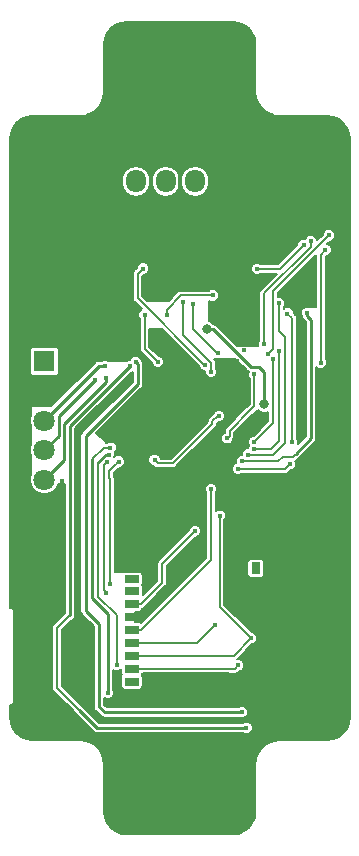
<source format=gbl>
G04 #@! TF.GenerationSoftware,KiCad,Pcbnew,(5.0.2)-1*
G04 #@! TF.CreationDate,2019-10-29T23:39:58+09:00*
G04 #@! TF.ProjectId,High_range_accelerometer,48696768-5f72-4616-9e67-655f61636365,rev?*
G04 #@! TF.SameCoordinates,Original*
G04 #@! TF.FileFunction,Copper,L2,Bot*
G04 #@! TF.FilePolarity,Positive*
%FSLAX46Y46*%
G04 Gerber Fmt 4.6, Leading zero omitted, Abs format (unit mm)*
G04 Created by KiCad (PCBNEW (5.0.2)-1) date 2019/10/29 23:39:58*
%MOMM*%
%LPD*%
G01*
G04 APERTURE LIST*
G04 #@! TA.AperFunction,Conductor*
%ADD10C,0.100000*%
G04 #@! TD*
G04 #@! TA.AperFunction,ComponentPad*
%ADD11C,1.700000*%
G04 #@! TD*
G04 #@! TA.AperFunction,ComponentPad*
%ADD12O,1.700000X1.950000*%
G04 #@! TD*
G04 #@! TA.AperFunction,ComponentPad*
%ADD13R,1.800000X1.800000*%
G04 #@! TD*
G04 #@! TA.AperFunction,ComponentPad*
%ADD14C,1.800000*%
G04 #@! TD*
G04 #@! TA.AperFunction,ComponentPad*
%ADD15C,0.712500*%
G04 #@! TD*
G04 #@! TA.AperFunction,ComponentPad*
%ADD16O,1.250000X1.050000*%
G04 #@! TD*
G04 #@! TA.AperFunction,ComponentPad*
%ADD17R,1.900000X2.100000*%
G04 #@! TD*
G04 #@! TA.AperFunction,SMDPad,CuDef*
%ADD18R,1.200000X0.700000*%
G04 #@! TD*
G04 #@! TA.AperFunction,SMDPad,CuDef*
%ADD19R,1.200000X1.000000*%
G04 #@! TD*
G04 #@! TA.AperFunction,SMDPad,CuDef*
%ADD20R,0.800000X1.000000*%
G04 #@! TD*
G04 #@! TA.AperFunction,SMDPad,CuDef*
%ADD21R,2.800000X1.000000*%
G04 #@! TD*
G04 #@! TA.AperFunction,SMDPad,CuDef*
%ADD22R,1.900000X1.300000*%
G04 #@! TD*
G04 #@! TA.AperFunction,ViaPad*
%ADD23C,0.400000*%
G04 #@! TD*
G04 #@! TA.AperFunction,ViaPad*
%ADD24C,0.800000*%
G04 #@! TD*
G04 #@! TA.AperFunction,Conductor*
%ADD25C,0.250000*%
G04 #@! TD*
G04 #@! TA.AperFunction,Conductor*
%ADD26C,0.200000*%
G04 #@! TD*
G04 #@! TA.AperFunction,Conductor*
%ADD27C,0.190000*%
G04 #@! TD*
G04 #@! TA.AperFunction,Conductor*
%ADD28C,0.210000*%
G04 #@! TD*
G04 APERTURE END LIST*
D10*
G04 #@! TO.N,GND*
G04 #@! TO.C,U1*
G36*
X111272624Y-61496364D02*
X111296893Y-61499964D01*
X111320691Y-61505925D01*
X111343791Y-61514190D01*
X111365969Y-61524680D01*
X111387013Y-61537293D01*
X111406718Y-61551907D01*
X111424897Y-61568383D01*
X111441373Y-61586562D01*
X111455987Y-61606267D01*
X111468600Y-61627311D01*
X111479090Y-61649489D01*
X111487355Y-61672589D01*
X111493316Y-61696387D01*
X111496916Y-61720656D01*
X111498120Y-61745160D01*
X111498120Y-63195160D01*
X111496916Y-63219664D01*
X111493316Y-63243933D01*
X111487355Y-63267731D01*
X111479090Y-63290831D01*
X111468600Y-63313009D01*
X111455987Y-63334053D01*
X111441373Y-63353758D01*
X111424897Y-63371937D01*
X111406718Y-63388413D01*
X111387013Y-63403027D01*
X111365969Y-63415640D01*
X111343791Y-63426130D01*
X111320691Y-63434395D01*
X111296893Y-63440356D01*
X111272624Y-63443956D01*
X111248120Y-63445160D01*
X110048120Y-63445160D01*
X110023616Y-63443956D01*
X109999347Y-63440356D01*
X109975549Y-63434395D01*
X109952449Y-63426130D01*
X109930271Y-63415640D01*
X109909227Y-63403027D01*
X109889522Y-63388413D01*
X109871343Y-63371937D01*
X109854867Y-63353758D01*
X109840253Y-63334053D01*
X109827640Y-63313009D01*
X109817150Y-63290831D01*
X109808885Y-63267731D01*
X109802924Y-63243933D01*
X109799324Y-63219664D01*
X109798120Y-63195160D01*
X109798120Y-61745160D01*
X109799324Y-61720656D01*
X109802924Y-61696387D01*
X109808885Y-61672589D01*
X109817150Y-61649489D01*
X109827640Y-61627311D01*
X109840253Y-61606267D01*
X109854867Y-61586562D01*
X109871343Y-61568383D01*
X109889522Y-61551907D01*
X109909227Y-61537293D01*
X109930271Y-61524680D01*
X109952449Y-61514190D01*
X109975549Y-61505925D01*
X109999347Y-61499964D01*
X110023616Y-61496364D01*
X110048120Y-61495160D01*
X111248120Y-61495160D01*
X111272624Y-61496364D01*
X111272624Y-61496364D01*
G37*
D11*
G04 #@! TD*
G04 #@! TO.P,U1,1*
G04 #@! TO.N,GND*
X110648120Y-62470160D03*
D12*
G04 #@! TO.P,U1,2*
G04 #@! TO.N,Net-(C1-Pad1)*
X108148120Y-62470160D03*
G04 #@! TO.P,U1,3*
G04 #@! TO.N,Net-(R2-Pad2)*
X105648120Y-62470160D03*
G04 #@! TO.P,U1,4*
G04 #@! TO.N,Net-(R3-Pad1)*
X103148120Y-62470160D03*
G04 #@! TD*
D13*
G04 #@! TO.P,P1,1*
G04 #@! TO.N,N/C*
X95382080Y-77724000D03*
D14*
G04 #@! TO.P,P1,2*
G04 #@! TO.N,GND*
X95382080Y-80224000D03*
G04 #@! TO.P,P1,3*
G04 #@! TO.N,XRESS*
X95382080Y-82724000D03*
G04 #@! TO.P,P1,4*
G04 #@! TO.N,SCLK*
X95382080Y-85224000D03*
G04 #@! TO.P,P1,5*
G04 #@! TO.N,SDATA*
X95382080Y-87724000D03*
G04 #@! TD*
D15*
G04 #@! TO.P,U5,69*
G04 #@! TO.N,GND*
X106941800Y-80666919D03*
X105934173Y-81674546D03*
X104926546Y-82682173D03*
X103918919Y-83689800D03*
X107949427Y-81674546D03*
X106941800Y-82682173D03*
X105934173Y-83689800D03*
X104926546Y-84697427D03*
X108957054Y-82682173D03*
X107949427Y-83689800D03*
X106941800Y-84697427D03*
X105934173Y-85705054D03*
X109964681Y-83689800D03*
X108957054Y-84697427D03*
X107949427Y-85705054D03*
X106941800Y-86712681D03*
G04 #@! TD*
D16*
G04 #@! TO.P,J1,5*
G04 #@! TO.N,GND*
X97749620Y-100328160D03*
X97749620Y-105178160D03*
D17*
X94749620Y-99103160D03*
X94749620Y-106403160D03*
G04 #@! TD*
D18*
G04 #@! TO.P,J2,9*
G04 #@! TO.N,N/C*
X102790400Y-96182200D03*
G04 #@! TO.P,J2,8*
X102790400Y-97132200D03*
G04 #@! TO.P,J2,1*
X102790400Y-104832200D03*
G04 #@! TO.P,J2,2*
G04 #@! TO.N,microSD-~CS*
X102790400Y-103732200D03*
G04 #@! TO.P,J2,3*
G04 #@! TO.N,microSD-MOSI*
X102790400Y-102632200D03*
G04 #@! TO.P,J2,4*
G04 #@! TO.N,+3V3*
X102790400Y-101532200D03*
G04 #@! TO.P,J2,5*
G04 #@! TO.N,microSD-CLK*
X102790400Y-100432200D03*
G04 #@! TO.P,J2,6*
G04 #@! TO.N,GND*
X102790400Y-99332200D03*
G04 #@! TO.P,J2,7*
G04 #@! TO.N,microSD-MISO*
X102790400Y-98232200D03*
D19*
G04 #@! TO.P,J2,11*
G04 #@! TO.N,GND*
X102790400Y-106382200D03*
X107090400Y-95232200D03*
D20*
G04 #@! TO.P,J2,10*
G04 #@! TO.N,N/C*
X113290400Y-95232200D03*
D21*
G04 #@! TO.P,J2,11*
G04 #@! TO.N,GND*
X117440400Y-95232200D03*
D22*
X117890400Y-108732200D03*
G04 #@! TD*
D23*
G04 #@! TO.N,GND*
X105392220Y-76743560D03*
X99245420Y-76527660D03*
X100172520Y-83969860D03*
X112783620Y-83474560D03*
X93348120Y-108870160D03*
X120348120Y-57870160D03*
X93348120Y-57870160D03*
X102242620Y-63954660D03*
X113253520Y-74724260D03*
X112313720Y-76756260D03*
X101480620Y-49857660D03*
X105521760Y-90093800D03*
X120350280Y-108874560D03*
X101305360Y-108122720D03*
X99171760Y-105059480D03*
X111739680Y-106334560D03*
X101020880Y-80873600D03*
X102753160Y-79095600D03*
X96848120Y-87870160D03*
X96548120Y-74370160D03*
X117800120Y-63129160D03*
X116212620Y-63129160D03*
X104592120Y-70050660D03*
X99893120Y-71003160D03*
X101607620Y-66177160D03*
X111647481Y-77727299D03*
X117165120Y-84147660D03*
X119578120Y-63129160D03*
X117165120Y-77162660D03*
X117165120Y-80274160D03*
X101934402Y-81743942D03*
X109227620Y-71638160D03*
X118689120Y-67002660D03*
X104274620Y-68653660D03*
X105080620Y-49857660D03*
X108680620Y-49857660D03*
X112280620Y-49857660D03*
X101480620Y-53857660D03*
X105080620Y-53857660D03*
X108680620Y-53857660D03*
X112280620Y-53857660D03*
X101480620Y-57857660D03*
X105080620Y-57857660D03*
X108680620Y-57857660D03*
X112280620Y-57857660D03*
X101417120Y-112659160D03*
X105017120Y-112659160D03*
X108617120Y-112659160D03*
X112217120Y-112659160D03*
X101417120Y-116659160D03*
X105017120Y-116659160D03*
X108617120Y-116659160D03*
X112217120Y-116659160D03*
X120467120Y-68018660D03*
X120467120Y-72018660D03*
X120467120Y-76018660D03*
X120467120Y-80018660D03*
X120467120Y-84018660D03*
X120467120Y-88018660D03*
X120467120Y-92018660D03*
X120467120Y-96018660D03*
X120467120Y-100018660D03*
X120467120Y-104018660D03*
X93348120Y-61870160D03*
X93348120Y-65870160D03*
X93348120Y-73870160D03*
X93348120Y-77870160D03*
X93348120Y-81870160D03*
X93348120Y-85870160D03*
X93348120Y-89870160D03*
X93348120Y-93870160D03*
X114053620Y-89100660D03*
X114117120Y-87513160D03*
X112331500Y-87503000D03*
X97091500Y-78740000D03*
X115379500Y-72009000D03*
X107061000Y-78168500D03*
X117411500Y-69850000D03*
X93299990Y-69875490D03*
X101850000Y-71200000D03*
X95300000Y-69450000D03*
X96350000Y-69400000D03*
X98050000Y-69350000D03*
X99850000Y-69350000D03*
X98150000Y-70900000D03*
X96250000Y-70400000D03*
X99450000Y-61000000D03*
X104419400Y-98425000D03*
X114528600Y-70408800D03*
X116078000Y-67970400D03*
X98196400Y-83769200D03*
X98171000Y-88163400D03*
X98171000Y-92024200D03*
X98221800Y-96469200D03*
X109499400Y-74091800D03*
X102997000Y-73837800D03*
X98475800Y-73761600D03*
X104368600Y-75082400D03*
X113461800Y-100685600D03*
X100660200Y-106603800D03*
X101447600Y-105206800D03*
X108864400Y-89941400D03*
X108508800Y-92887800D03*
X99847400Y-82047080D03*
X105511600Y-64033400D03*
X107365800Y-68707000D03*
X101701600Y-69392800D03*
X104114600Y-77724000D03*
X101523800Y-95427800D03*
D24*
G04 #@! TO.N,+3V3*
X109113320Y-75016360D03*
X113990120Y-81353658D03*
D23*
X109824536Y-99999800D03*
G04 #@! TO.N,Net-(C19-Pad1)*
X110185200Y-82331560D03*
X104703646Y-86062304D03*
G04 #@! TO.N,XRESS*
X100515420Y-78127860D03*
G04 #@! TO.N,SCLK*
X99646235Y-79323507D03*
G04 #@! TO.N,SDATA*
X100591620Y-79093060D03*
G04 #@! TO.N,Net-(R4-Pad2)*
X101671120Y-86200608D03*
X100914200Y-96545400D03*
G04 #@! TO.N,Net-(R5-Pad2)*
X100655114Y-86270014D03*
X100609400Y-97307400D03*
G04 #@! TO.N,Sensor-CS*
X110865920Y-84236560D03*
X113164622Y-78813660D03*
G04 #@! TO.N,Flash-~CS*
X100845619Y-85608159D03*
X101498400Y-103403400D03*
G04 #@! TO.N,CAN-TXD*
X107995716Y-72831960D03*
X110053120Y-77035672D03*
G04 #@! TO.N,CAN-RXD*
X107106720Y-72704960D03*
X109494610Y-78597760D03*
G04 #@! TO.N,CAN-STB*
X108960920Y-78038960D03*
X103753920Y-69860160D03*
G04 #@! TO.N,Flash-CLK*
X112115600Y-107431840D03*
X103098600Y-77774800D03*
G04 #@! TO.N,Flash-MOSI*
X112486440Y-108737400D03*
X102605840Y-78150720D03*
G04 #@! TO.N,Flash-MISO*
X100787200Y-105796080D03*
X100975780Y-85022436D03*
G04 #@! TO.N,Sensor-CLK*
X117647720Y-73593960D03*
X112148620Y-86179660D03*
G04 #@! TO.N,Sensor-MOSI*
X115234720Y-72806560D03*
X112656620Y-85608160D03*
G04 #@! TO.N,Sensor-MISO*
X115963330Y-73670160D03*
X116367560Y-84551520D03*
X116144040Y-86436200D03*
X111767620Y-86814660D03*
G04 #@! TO.N,INT1*
X113117684Y-85166407D03*
X115260120Y-76870560D03*
G04 #@! TO.N,INT2*
X114752120Y-77480160D03*
X113164620Y-84528660D03*
G04 #@! TO.N,LED_G_1*
X114314396Y-77069794D03*
X119451120Y-67053460D03*
G04 #@! TO.N,LED_G_2*
X113990120Y-76235560D03*
X117927120Y-67561460D03*
G04 #@! TO.N,microSD-~CS*
X109626400Y-72136000D03*
X105740200Y-73761600D03*
X103860600Y-73787000D03*
X104978200Y-77749400D03*
X111785400Y-103454200D03*
X113385600Y-69875400D03*
X117322600Y-67894200D03*
X119176800Y-68275200D03*
X118770400Y-77825600D03*
G04 #@! TO.N,microSD-MOSI*
X112877600Y-101168200D03*
X110210600Y-90779600D03*
G04 #@! TO.N,microSD-CLK*
X109494620Y-88519000D03*
G04 #@! TO.N,microSD-MISO*
X108153200Y-92075000D03*
G04 #@! TD*
D25*
G04 #@! TO.N,GND*
X101020880Y-80873600D02*
X101020880Y-80827880D01*
X101020880Y-80827880D02*
X102753160Y-79095600D01*
X117122719Y-84105259D02*
X117165120Y-84147660D01*
X115389160Y-72018660D02*
X115379500Y-72009000D01*
D26*
X104419400Y-98503200D02*
X104419400Y-98425000D01*
X102790400Y-99332200D02*
X103590400Y-99332200D01*
X103590400Y-99332200D02*
X104419400Y-98503200D01*
X98196400Y-83698080D02*
X98196400Y-83769200D01*
X98196400Y-83769200D02*
X98196400Y-88138000D01*
X98196400Y-88138000D02*
X98171000Y-88163400D01*
X98171000Y-88163400D02*
X98171000Y-92024200D01*
X98171000Y-92024200D02*
X98171000Y-96418400D01*
X98171000Y-96418400D02*
X98221800Y-96469200D01*
X105392220Y-76743560D02*
X105392220Y-76106020D01*
X105392220Y-76106020D02*
X104368600Y-75082400D01*
X102790400Y-106382200D02*
X100881800Y-106382200D01*
X100881800Y-106382200D02*
X100660200Y-106603800D01*
X101020880Y-80873600D02*
X99847400Y-82047080D01*
X99847400Y-82047080D02*
X98196400Y-83698080D01*
D25*
G04 #@! TO.N,+3V3*
X113990120Y-78651288D02*
X113990120Y-80787973D01*
X109113320Y-75016360D02*
X109679005Y-75016360D01*
X109679005Y-75016360D02*
X112855543Y-78192898D01*
X112855543Y-78192898D02*
X113531730Y-78192898D01*
X113531730Y-78192898D02*
X113990120Y-78651288D01*
X113990120Y-80787973D02*
X113990120Y-81353658D01*
D26*
X108292136Y-101532200D02*
X109824536Y-99999800D01*
X102790400Y-101532200D02*
X108292136Y-101532200D01*
D27*
G04 #@! TO.N,Net-(C19-Pad1)*
X110169960Y-82362040D02*
X110053120Y-82362040D01*
X110053120Y-82362040D02*
X109608305Y-82806855D01*
X109608305Y-82806855D02*
X109608305Y-82994774D01*
X109608305Y-82994774D02*
X106246774Y-86356305D01*
X104903645Y-86262303D02*
X104703646Y-86062304D01*
X106246774Y-86356305D02*
X104997647Y-86356305D01*
X104997647Y-86356305D02*
X104903645Y-86262303D01*
D25*
G04 #@! TO.N,XRESS*
X95382080Y-82724000D02*
X99978220Y-78127860D01*
X99978220Y-78127860D02*
X100232578Y-78127860D01*
X100232578Y-78127860D02*
X100515420Y-78127860D01*
G04 #@! TO.N,SCLK*
X99446236Y-79523506D02*
X99646235Y-79323507D01*
X96607081Y-82362661D02*
X99446236Y-79523506D01*
X95382080Y-85224000D02*
X96607081Y-83998999D01*
X96607081Y-83998999D02*
X96607081Y-82362661D01*
D27*
G04 #@! TO.N,SDATA*
X95382080Y-87724000D02*
X95382080Y-87561200D01*
D25*
X100591620Y-79375902D02*
X100591620Y-79093060D01*
X100591620Y-79474060D02*
X100591620Y-79375902D01*
X97057092Y-83008588D02*
X100591620Y-79474060D01*
X95382080Y-87724000D02*
X97057092Y-86048988D01*
X97057092Y-86048988D02*
X97057092Y-83008588D01*
D27*
G04 #@! TO.N,Net-(R4-Pad2)*
X101471121Y-86400607D02*
X101671120Y-86200608D01*
X100845620Y-87026108D02*
X101471121Y-86400607D01*
X100845620Y-87572889D02*
X100845620Y-87026108D01*
D26*
X100914200Y-87641469D02*
X100914200Y-96262558D01*
X100914200Y-96262558D02*
X100914200Y-96545400D01*
X100845620Y-87572889D02*
X100914200Y-87641469D01*
D27*
G04 #@! TO.N,Net-(R5-Pad2)*
X100401120Y-86829130D02*
X100401120Y-86524008D01*
X100455115Y-86470013D02*
X100655114Y-86270014D01*
X100401120Y-86524008D02*
X100455115Y-86470013D01*
D26*
X100409401Y-97107401D02*
X100609400Y-97307400D01*
X100401120Y-97099120D02*
X100409401Y-97107401D01*
X100401120Y-86829130D02*
X100401120Y-97099120D01*
D27*
G04 #@! TO.N,Sensor-CS*
X111065919Y-84036561D02*
X111065919Y-83604761D01*
X110865920Y-84236560D02*
X111065919Y-84036561D01*
X111065919Y-83604761D02*
X112821720Y-81848960D01*
D26*
X112821720Y-81848960D02*
X113164622Y-81506058D01*
X113164622Y-79096502D02*
X113164622Y-78813660D01*
X113164622Y-81506058D02*
X113164622Y-79096502D01*
D25*
G04 #@! TO.N,Flash-~CS*
X99956620Y-86214316D02*
X100562777Y-85608159D01*
X100562777Y-85608159D02*
X100845619Y-85608159D01*
D26*
X99956620Y-97670620D02*
X99956620Y-86214316D01*
X101498400Y-103403400D02*
X101498400Y-99212400D01*
X101498400Y-99212400D02*
X99956620Y-97670620D01*
G04 #@! TO.N,CAN-TXD*
X110027720Y-76966762D02*
X107995716Y-74934758D01*
X107995716Y-74934758D02*
X107995716Y-73114802D01*
X107995716Y-73114802D02*
X107995716Y-72831960D01*
D27*
X110027720Y-76966762D02*
X110027720Y-77010272D01*
X110027720Y-77010272D02*
X110053120Y-77035672D01*
G04 #@! TO.N,CAN-RXD*
X109494610Y-77861450D02*
X109494610Y-78314918D01*
X107106720Y-75473560D02*
X109494610Y-77861450D01*
X109494610Y-78314918D02*
X109494610Y-78597760D01*
X107106720Y-72704960D02*
X107106720Y-75473560D01*
G04 #@! TO.N,CAN-STB*
X108760921Y-77838961D02*
X108960920Y-78038960D01*
X103271320Y-72349360D02*
X108760921Y-77838961D01*
X103271320Y-72298560D02*
X103271320Y-72349360D01*
D26*
X103271320Y-72349360D02*
X103271320Y-70342760D01*
X103271320Y-70342760D02*
X103753920Y-69860160D01*
D25*
G04 #@! TO.N,Flash-CLK*
X100025200Y-106975820D02*
X100025200Y-99979480D01*
X100025200Y-99979480D02*
X98866960Y-98821240D01*
X98866960Y-98821240D02*
X98866960Y-84068920D01*
X103298599Y-77974799D02*
X103098600Y-77774800D01*
X103298599Y-79637281D02*
X103298599Y-77974799D01*
X98866960Y-84068920D02*
X103298599Y-79637281D01*
X100481220Y-107431840D02*
X100025200Y-106975820D01*
X112115600Y-107431840D02*
X100481220Y-107431840D01*
G04 #@! TO.N,Flash-MOSI*
X102405841Y-78350719D02*
X102605840Y-78150720D01*
X97543620Y-99192969D02*
X97543620Y-83212940D01*
X112486440Y-108737400D02*
X99822000Y-108737400D01*
X99822000Y-108737400D02*
X98281130Y-107196530D01*
X97543620Y-83212940D02*
X102405841Y-78350719D01*
D27*
X96450000Y-105365400D02*
X98281130Y-107196530D01*
X97543620Y-99192969D02*
X96450000Y-100286589D01*
X96450000Y-100286589D02*
X96450000Y-105365400D01*
G04 #@! TO.N,Flash-MISO*
X100692938Y-85022436D02*
X100975780Y-85022436D01*
X99448620Y-85961511D02*
X100387695Y-85022436D01*
X100387695Y-85022436D02*
X100692938Y-85022436D01*
D25*
X99447789Y-94108755D02*
X99448620Y-94107924D01*
X100787200Y-99102256D02*
X99447789Y-97762845D01*
X99448620Y-94107924D02*
X99448620Y-85961511D01*
X99447789Y-97762845D02*
X99447789Y-94108755D01*
X100787200Y-105796080D02*
X100787200Y-99102256D01*
D26*
G04 #@! TO.N,Sensor-CLK*
X116428520Y-85785960D02*
X115564920Y-85785960D01*
X116657120Y-85557360D02*
X116428520Y-85785960D01*
D25*
X117647720Y-73876802D02*
X117647720Y-73593960D01*
X117972840Y-74201922D02*
X117647720Y-73876802D01*
X116657120Y-85557360D02*
X117972840Y-84241640D01*
X117972840Y-84241640D02*
X117972840Y-74201922D01*
D27*
X115171220Y-86179660D02*
X112431462Y-86179660D01*
X112431462Y-86179660D02*
X112148620Y-86179660D01*
X115564920Y-85785960D02*
X115171220Y-86179660D01*
D26*
G04 #@! TO.N,Sensor-MOSI*
X115234720Y-75117960D02*
X115234720Y-72806560D01*
X115793520Y-75676760D02*
X115234720Y-75117960D01*
X115285520Y-85150960D02*
X115793520Y-84642960D01*
X115793520Y-84642960D02*
X115793520Y-75676760D01*
D27*
X115285520Y-85150960D02*
X114775071Y-85661409D01*
X114775071Y-85661409D02*
X112709869Y-85661409D01*
X112709869Y-85661409D02*
X112656620Y-85608160D01*
D26*
G04 #@! TO.N,Sensor-MISO*
X116367560Y-84268678D02*
X116367560Y-84551520D01*
X115963330Y-73670160D02*
X116367560Y-74074390D01*
X116367560Y-74074390D02*
X116367560Y-84268678D01*
D27*
X115765580Y-86814660D02*
X112050462Y-86814660D01*
X112050462Y-86814660D02*
X111767620Y-86814660D01*
X116144040Y-86436200D02*
X115765580Y-86814660D01*
G04 #@! TO.N,INT1*
X113400526Y-85166407D02*
X113117684Y-85166407D01*
X114752120Y-84973160D02*
X114558873Y-85166407D01*
X114558873Y-85166407D02*
X113400526Y-85166407D01*
D26*
X114759019Y-84973160D02*
X115285520Y-84446659D01*
X115285520Y-84446659D02*
X115285520Y-77099160D01*
X115260120Y-77073760D02*
X115260120Y-76870560D01*
X115285520Y-77099160D02*
X115260120Y-77073760D01*
G04 #@! TO.N,INT2*
X114752120Y-82941160D02*
X113364619Y-84328661D01*
X114752120Y-77480160D02*
X114752120Y-82941160D01*
X113364619Y-84328661D02*
X113164620Y-84528660D01*
D27*
G04 #@! TO.N,LED_G_1*
X114314396Y-77069794D02*
X114739719Y-76644471D01*
X119251121Y-67253459D02*
X119451120Y-67053460D01*
X114739719Y-71764861D02*
X119251121Y-67253459D01*
X114739719Y-76644471D02*
X114739719Y-71764861D01*
G04 #@! TO.N,LED_G_2*
X117927120Y-67844302D02*
X117927120Y-67561460D01*
X117927120Y-68022282D02*
X117927120Y-67844302D01*
X113990120Y-71959282D02*
X117927120Y-68022282D01*
X113990120Y-76235560D02*
X113990120Y-71959282D01*
G04 #@! TO.N,microSD-~CS*
X102790400Y-103732200D02*
X111046202Y-103732200D01*
X105740200Y-73338878D02*
X105740200Y-73761600D01*
X109626400Y-72136000D02*
X106943078Y-72136000D01*
X106943078Y-72136000D02*
X105740200Y-73338878D01*
X103860600Y-73787000D02*
X103860600Y-76631800D01*
X103860600Y-76631800D02*
X104978200Y-77749400D01*
D26*
X111046202Y-103732200D02*
X111507400Y-103732200D01*
X111507400Y-103732200D02*
X111785400Y-103454200D01*
D27*
X113385600Y-69875400D02*
X115341400Y-69875400D01*
X115341400Y-69875400D02*
X117122601Y-68094199D01*
X117122601Y-68094199D02*
X117322600Y-67894200D01*
D26*
X118770400Y-68681600D02*
X118770400Y-77542758D01*
X118770400Y-77542758D02*
X118770400Y-77825600D01*
X119176800Y-68275200D02*
X118770400Y-68681600D01*
G04 #@! TO.N,microSD-MOSI*
X102790400Y-102632200D02*
X111413600Y-102632200D01*
X111413600Y-102632200D02*
X112877600Y-101168200D01*
D27*
X110210600Y-98501200D02*
X112877600Y-101168200D01*
X110210600Y-90779600D02*
X110210600Y-98501200D01*
D26*
G04 #@! TO.N,microSD-CLK*
X109494620Y-94527980D02*
X109494620Y-88519000D01*
X102790400Y-100432200D02*
X103590400Y-100432200D01*
X103590400Y-100432200D02*
X109494620Y-94527980D01*
D27*
G04 #@! TO.N,microSD-MISO*
X105359200Y-94869000D02*
X107953201Y-92274999D01*
X107953201Y-92274999D02*
X108153200Y-92075000D01*
X103580400Y-98232200D02*
X105359200Y-96453400D01*
X105359200Y-96453400D02*
X105359200Y-94869000D01*
X102790400Y-98232200D02*
X103580400Y-98232200D01*
G04 #@! TD*
D28*
G04 #@! TO.N,GND*
G36*
X111838349Y-49040606D02*
X112295166Y-49229826D01*
X112687447Y-49530833D01*
X112988454Y-49923114D01*
X113177674Y-50379931D01*
X113243120Y-50877044D01*
X113243120Y-54870160D01*
X113244018Y-54883865D01*
X113312166Y-55401503D01*
X113319261Y-55427980D01*
X113519062Y-55910342D01*
X113532767Y-55934080D01*
X113850604Y-56348294D01*
X113869986Y-56367676D01*
X114284200Y-56685513D01*
X114307938Y-56699218D01*
X114790300Y-56899019D01*
X114816777Y-56906114D01*
X115334415Y-56974262D01*
X115348120Y-56975160D01*
X119341236Y-56975160D01*
X119838349Y-57040606D01*
X120295166Y-57229826D01*
X120687447Y-57530833D01*
X120988454Y-57923114D01*
X121177674Y-58379931D01*
X121243120Y-58877044D01*
X121243120Y-107863276D01*
X121177674Y-108360389D01*
X120988454Y-108817206D01*
X120687447Y-109209487D01*
X120295166Y-109510494D01*
X119838349Y-109699714D01*
X119341236Y-109765160D01*
X115348120Y-109765160D01*
X115334415Y-109766058D01*
X114816777Y-109834206D01*
X114790300Y-109841301D01*
X114307938Y-110041102D01*
X114284200Y-110054807D01*
X113869986Y-110372644D01*
X113850604Y-110392026D01*
X113532767Y-110806240D01*
X113519062Y-110829978D01*
X113319261Y-111312340D01*
X113312166Y-111338817D01*
X113244018Y-111856455D01*
X113243120Y-111870160D01*
X113243120Y-115863276D01*
X113177674Y-116360389D01*
X112988454Y-116817206D01*
X112687447Y-117209487D01*
X112295166Y-117510494D01*
X111838349Y-117699714D01*
X111341236Y-117765160D01*
X102355004Y-117765160D01*
X101857891Y-117699714D01*
X101401074Y-117510494D01*
X101008793Y-117209487D01*
X100707786Y-116817206D01*
X100518566Y-116360389D01*
X100453120Y-115863276D01*
X100453120Y-111870160D01*
X100452222Y-111856455D01*
X100384074Y-111338817D01*
X100376979Y-111312340D01*
X100177178Y-110829978D01*
X100163473Y-110806240D01*
X99845636Y-110392026D01*
X99826254Y-110372644D01*
X99412040Y-110054807D01*
X99388302Y-110041102D01*
X98905940Y-109841301D01*
X98879463Y-109834206D01*
X98361825Y-109766058D01*
X98348120Y-109765160D01*
X94355004Y-109765160D01*
X93857891Y-109699714D01*
X93401074Y-109510494D01*
X93008793Y-109209487D01*
X92707786Y-108817206D01*
X92518566Y-108360389D01*
X92453120Y-107863276D01*
X92453120Y-106834904D01*
X92473197Y-106830910D01*
X92586959Y-106808281D01*
X92715963Y-106722084D01*
X92802160Y-106593080D01*
X92832429Y-106440910D01*
X92824789Y-106402502D01*
X92824789Y-99004318D01*
X92832429Y-98965910D01*
X92802160Y-98813740D01*
X92715963Y-98684736D01*
X92586959Y-98598539D01*
X92473197Y-98575910D01*
X92453120Y-98571916D01*
X92453120Y-82482322D01*
X94167080Y-82482322D01*
X94167080Y-82965678D01*
X94243120Y-83149255D01*
X94243120Y-84798745D01*
X94167080Y-84982322D01*
X94167080Y-85465678D01*
X94243120Y-85649255D01*
X94243120Y-87298745D01*
X94167080Y-87482322D01*
X94167080Y-87965678D01*
X94352053Y-88412242D01*
X94693838Y-88754027D01*
X95140402Y-88939000D01*
X95623758Y-88939000D01*
X96070322Y-88754027D01*
X96412107Y-88412242D01*
X96551731Y-88075160D01*
X97103621Y-88075160D01*
X97103620Y-99053142D01*
X96188639Y-99968123D01*
X96154407Y-99990996D01*
X96063789Y-100126616D01*
X96040000Y-100246211D01*
X96040000Y-100246214D01*
X96031969Y-100286589D01*
X96040000Y-100326964D01*
X96040001Y-105325020D01*
X96031969Y-105365400D01*
X96063789Y-105525373D01*
X96131534Y-105626761D01*
X96131537Y-105626764D01*
X96154408Y-105660993D01*
X96188637Y-105683864D01*
X97865090Y-107360318D01*
X97866660Y-107368209D01*
X97939360Y-107477013D01*
X99480229Y-109017882D01*
X99504778Y-109054622D01*
X99611915Y-109126209D01*
X99650319Y-109151870D01*
X99650320Y-109151870D01*
X99650321Y-109151871D01*
X99778664Y-109177400D01*
X99778668Y-109177400D01*
X99821999Y-109186019D01*
X99865330Y-109177400D01*
X112202934Y-109177400D01*
X112384000Y-109252400D01*
X112588880Y-109252400D01*
X112778164Y-109173996D01*
X112923036Y-109029124D01*
X113001440Y-108839840D01*
X113001440Y-108634960D01*
X112923036Y-108445676D01*
X112778164Y-108300804D01*
X112588880Y-108222400D01*
X112384000Y-108222400D01*
X112202934Y-108297400D01*
X100004253Y-108297400D01*
X98561613Y-106854760D01*
X98452809Y-106782060D01*
X98444918Y-106780490D01*
X96860000Y-105195573D01*
X96860000Y-100456416D01*
X97707406Y-99609010D01*
X97715298Y-99607440D01*
X97860842Y-99510191D01*
X97958091Y-99364648D01*
X97983620Y-99236305D01*
X97983620Y-83395193D01*
X102716498Y-78662316D01*
X102858600Y-78603456D01*
X102858599Y-79455027D01*
X98586476Y-83727151D01*
X98549739Y-83751698D01*
X98525192Y-83788435D01*
X98525190Y-83788437D01*
X98452490Y-83897241D01*
X98418341Y-84068920D01*
X98426961Y-84112256D01*
X98426960Y-98777909D01*
X98418341Y-98821240D01*
X98426960Y-98864571D01*
X98426960Y-98864575D01*
X98452489Y-98992918D01*
X98549738Y-99138462D01*
X98586478Y-99163011D01*
X99585201Y-100161735D01*
X99585200Y-106932489D01*
X99576581Y-106975820D01*
X99585200Y-107019151D01*
X99585200Y-107019155D01*
X99610729Y-107147498D01*
X99707978Y-107293042D01*
X99744718Y-107317591D01*
X100139451Y-107712325D01*
X100163998Y-107749062D01*
X100200735Y-107773609D01*
X100200736Y-107773610D01*
X100259062Y-107812582D01*
X100309541Y-107846311D01*
X100437884Y-107871840D01*
X100437889Y-107871840D01*
X100481220Y-107880459D01*
X100524551Y-107871840D01*
X111832094Y-107871840D01*
X112013160Y-107946840D01*
X112218040Y-107946840D01*
X112407324Y-107868436D01*
X112552196Y-107723564D01*
X112630600Y-107534280D01*
X112630600Y-107329400D01*
X112552196Y-107140116D01*
X112407324Y-106995244D01*
X112218040Y-106916840D01*
X112013160Y-106916840D01*
X111832094Y-106991840D01*
X100663474Y-106991840D01*
X100465200Y-106793567D01*
X100465200Y-106202400D01*
X100495476Y-106232676D01*
X100684760Y-106311080D01*
X100889640Y-106311080D01*
X101078924Y-106232676D01*
X101223796Y-106087804D01*
X101302200Y-105898520D01*
X101302200Y-105693640D01*
X101227200Y-105512574D01*
X101227200Y-103848497D01*
X101395960Y-103918400D01*
X101600840Y-103918400D01*
X101790124Y-103839996D01*
X101869229Y-103760891D01*
X101869229Y-104082200D01*
X101893677Y-104205107D01*
X101945189Y-104282200D01*
X101893677Y-104359293D01*
X101869229Y-104482200D01*
X101869229Y-105182200D01*
X101893677Y-105305107D01*
X101963298Y-105409302D01*
X102067493Y-105478923D01*
X102190400Y-105503371D01*
X103390400Y-105503371D01*
X103513307Y-105478923D01*
X103617502Y-105409302D01*
X103687123Y-105305107D01*
X103711571Y-105182200D01*
X103711571Y-104482200D01*
X103687123Y-104359293D01*
X103635611Y-104282200D01*
X103687123Y-104205107D01*
X103699636Y-104142200D01*
X110980193Y-104142200D01*
X111005330Y-104147200D01*
X111466532Y-104147200D01*
X111507400Y-104155329D01*
X111548268Y-104147200D01*
X111548272Y-104147200D01*
X111669325Y-104123121D01*
X111806598Y-104031398D01*
X111829751Y-103996747D01*
X111857298Y-103969200D01*
X111887840Y-103969200D01*
X112077124Y-103890796D01*
X112221996Y-103745924D01*
X112300400Y-103556640D01*
X112300400Y-103351760D01*
X112221996Y-103162476D01*
X112077124Y-103017604D01*
X111887840Y-102939200D01*
X111701121Y-102939200D01*
X111712798Y-102931398D01*
X111735951Y-102896747D01*
X112949499Y-101683200D01*
X112980040Y-101683200D01*
X113169324Y-101604796D01*
X113314196Y-101459924D01*
X113392600Y-101270640D01*
X113392600Y-101065760D01*
X113314196Y-100876476D01*
X113169324Y-100731604D01*
X112980040Y-100653200D01*
X112942428Y-100653200D01*
X110620600Y-98331373D01*
X110620600Y-94732200D01*
X112569229Y-94732200D01*
X112569229Y-95732200D01*
X112593677Y-95855107D01*
X112663298Y-95959302D01*
X112767493Y-96028923D01*
X112890400Y-96053371D01*
X113690400Y-96053371D01*
X113813307Y-96028923D01*
X113917502Y-95959302D01*
X113987123Y-95855107D01*
X114011571Y-95732200D01*
X114011571Y-94732200D01*
X113987123Y-94609293D01*
X113917502Y-94505098D01*
X113813307Y-94435477D01*
X113690400Y-94411029D01*
X112890400Y-94411029D01*
X112767493Y-94435477D01*
X112663298Y-94505098D01*
X112593677Y-94609293D01*
X112569229Y-94732200D01*
X110620600Y-94732200D01*
X110620600Y-91097920D01*
X110647196Y-91071324D01*
X110725600Y-90882040D01*
X110725600Y-90677160D01*
X110647196Y-90487876D01*
X110502324Y-90343004D01*
X110313040Y-90264600D01*
X110108160Y-90264600D01*
X109918876Y-90343004D01*
X109909620Y-90352260D01*
X109909620Y-88832320D01*
X109931216Y-88810724D01*
X110009620Y-88621440D01*
X110009620Y-88416560D01*
X109931216Y-88227276D01*
X109786344Y-88082404D01*
X109597060Y-88004000D01*
X109392180Y-88004000D01*
X109202896Y-88082404D01*
X109058024Y-88227276D01*
X108979620Y-88416560D01*
X108979620Y-88621440D01*
X109058024Y-88810724D01*
X109079621Y-88832321D01*
X109079620Y-94356081D01*
X103595383Y-99840319D01*
X103513307Y-99785477D01*
X103390400Y-99761029D01*
X103026469Y-99761029D01*
X103019686Y-98903371D01*
X103390400Y-98903371D01*
X103513307Y-98878923D01*
X103617502Y-98809302D01*
X103687123Y-98705107D01*
X103702885Y-98625868D01*
X103740374Y-98618411D01*
X103875993Y-98527793D01*
X103898866Y-98493561D01*
X105620561Y-96771866D01*
X105654793Y-96748993D01*
X105745411Y-96613374D01*
X105769200Y-96493779D01*
X105769200Y-96493776D01*
X105777231Y-96453401D01*
X105769200Y-96413025D01*
X105769200Y-95038827D01*
X108218027Y-92590000D01*
X108255640Y-92590000D01*
X108444924Y-92511596D01*
X108589796Y-92366724D01*
X108668200Y-92177440D01*
X108668200Y-91972560D01*
X108589796Y-91783276D01*
X108444924Y-91638404D01*
X108255640Y-91560000D01*
X108050760Y-91560000D01*
X107861476Y-91638404D01*
X107716604Y-91783276D01*
X107638200Y-91972560D01*
X107638200Y-92010173D01*
X105097837Y-94550536D01*
X105063608Y-94573407D01*
X105040737Y-94607636D01*
X105040734Y-94607639D01*
X104972989Y-94709027D01*
X104941169Y-94869000D01*
X104949201Y-94909380D01*
X104949200Y-96283573D01*
X103701887Y-97530886D01*
X103711571Y-97482200D01*
X103711571Y-96782200D01*
X103687123Y-96659293D01*
X103685724Y-96657200D01*
X103687123Y-96655107D01*
X103711571Y-96532200D01*
X103711571Y-95832200D01*
X103687123Y-95709293D01*
X103617502Y-95605098D01*
X103513307Y-95535477D01*
X103390400Y-95511029D01*
X102190400Y-95511029D01*
X102072956Y-95534390D01*
X101329200Y-95513140D01*
X101329200Y-87682341D01*
X101337330Y-87641469D01*
X101329200Y-87600597D01*
X101305121Y-87479544D01*
X101255620Y-87405461D01*
X101255620Y-87195935D01*
X101735948Y-86715608D01*
X101773560Y-86715608D01*
X101962844Y-86637204D01*
X102107716Y-86492332D01*
X102186120Y-86303048D01*
X102186120Y-86098168D01*
X102128833Y-85959864D01*
X104188646Y-85959864D01*
X104188646Y-86164744D01*
X104267050Y-86354028D01*
X104411922Y-86498900D01*
X104601206Y-86577304D01*
X104638819Y-86577304D01*
X104679181Y-86617666D01*
X104702054Y-86651898D01*
X104837673Y-86742516D01*
X104957268Y-86766305D01*
X104957272Y-86766305D01*
X104997647Y-86774336D01*
X105038022Y-86766305D01*
X106206399Y-86766305D01*
X106246774Y-86774336D01*
X106287149Y-86766305D01*
X106287153Y-86766305D01*
X106406748Y-86742516D01*
X106542367Y-86651898D01*
X106565240Y-86617666D01*
X109869668Y-83313239D01*
X109903898Y-83290367D01*
X109926769Y-83256138D01*
X109926771Y-83256136D01*
X109994516Y-83154748D01*
X110004919Y-83102448D01*
X110018305Y-83035152D01*
X110018305Y-83035150D01*
X110026336Y-82994774D01*
X110022002Y-82972985D01*
X110148427Y-82846560D01*
X110287640Y-82846560D01*
X110476924Y-82768156D01*
X110621796Y-82623284D01*
X110700200Y-82434000D01*
X110700200Y-82229120D01*
X110621796Y-82039836D01*
X110476924Y-81894964D01*
X110287640Y-81816560D01*
X110082760Y-81816560D01*
X109893476Y-81894964D01*
X109748604Y-82039836D01*
X109715446Y-82119887D01*
X109346944Y-82488389D01*
X109312712Y-82511262D01*
X109222094Y-82646882D01*
X109198305Y-82766477D01*
X109198305Y-82766480D01*
X109190274Y-82806855D01*
X109194608Y-82828643D01*
X106076947Y-85946305D01*
X105213030Y-85946305D01*
X105140242Y-85770580D01*
X104995370Y-85625708D01*
X104806086Y-85547304D01*
X104601206Y-85547304D01*
X104411922Y-85625708D01*
X104267050Y-85770580D01*
X104188646Y-85959864D01*
X102128833Y-85959864D01*
X102107716Y-85908884D01*
X101962844Y-85764012D01*
X101773560Y-85685608D01*
X101568680Y-85685608D01*
X101379396Y-85764012D01*
X101309573Y-85833835D01*
X101360619Y-85710599D01*
X101360619Y-85505719D01*
X101319672Y-85406864D01*
X101412376Y-85314160D01*
X101490780Y-85124876D01*
X101490780Y-84919996D01*
X101412376Y-84730712D01*
X101267504Y-84585840D01*
X101078220Y-84507436D01*
X100873340Y-84507436D01*
X100684056Y-84585840D01*
X100657460Y-84612436D01*
X100596709Y-84612436D01*
X100594761Y-84604775D01*
X100570241Y-84571954D01*
X99736524Y-83821609D01*
X103579085Y-79979049D01*
X103615821Y-79954503D01*
X103713070Y-79808960D01*
X103738599Y-79680617D01*
X103738599Y-79680612D01*
X103747218Y-79637281D01*
X103738599Y-79593950D01*
X103738599Y-78018129D01*
X103747218Y-77974798D01*
X103738599Y-77931467D01*
X103738599Y-77931463D01*
X103713070Y-77803120D01*
X103615821Y-77657577D01*
X103604283Y-77649868D01*
X103535196Y-77483076D01*
X103390324Y-77338204D01*
X103201040Y-77259800D01*
X102996160Y-77259800D01*
X102806876Y-77338204D01*
X102662004Y-77483076D01*
X102598777Y-77635720D01*
X102503400Y-77635720D01*
X102365935Y-77692660D01*
X100808540Y-77692660D01*
X100807144Y-77691264D01*
X100617860Y-77612860D01*
X100412980Y-77612860D01*
X100231914Y-77687860D01*
X100021551Y-77687860D01*
X99978220Y-77679241D01*
X99934889Y-77687860D01*
X99934884Y-77687860D01*
X99806541Y-77713389D01*
X99806539Y-77713390D01*
X99806540Y-77713390D01*
X99697736Y-77786090D01*
X99697735Y-77786091D01*
X99660998Y-77810638D01*
X99636451Y-77847375D01*
X95968667Y-81515160D01*
X95638630Y-81515160D01*
X95623758Y-81509000D01*
X95140402Y-81509000D01*
X95125530Y-81515160D01*
X94348120Y-81515160D01*
X94307938Y-81523153D01*
X94273874Y-81545914D01*
X94251113Y-81579978D01*
X94243120Y-81620160D01*
X94243120Y-82298745D01*
X94167080Y-82482322D01*
X92453120Y-82482322D01*
X92453120Y-76824000D01*
X94160909Y-76824000D01*
X94160909Y-78624000D01*
X94185357Y-78746907D01*
X94254978Y-78851102D01*
X94359173Y-78920723D01*
X94482080Y-78945171D01*
X96282080Y-78945171D01*
X96404987Y-78920723D01*
X96509182Y-78851102D01*
X96578803Y-78746907D01*
X96603251Y-78624000D01*
X96603251Y-76824000D01*
X96578803Y-76701093D01*
X96509182Y-76596898D01*
X96404987Y-76527277D01*
X96282080Y-76502829D01*
X94482080Y-76502829D01*
X94359173Y-76527277D01*
X94254978Y-76596898D01*
X94185357Y-76701093D01*
X94160909Y-76824000D01*
X92453120Y-76824000D01*
X92453120Y-70342760D01*
X102848191Y-70342760D01*
X102856321Y-70383633D01*
X102856320Y-72334122D01*
X102853289Y-72349360D01*
X102856320Y-72364598D01*
X102856320Y-72390231D01*
X102880399Y-72511284D01*
X102972122Y-72648558D01*
X103028083Y-72685950D01*
X103656318Y-73314185D01*
X103568876Y-73350404D01*
X103424004Y-73495276D01*
X103345600Y-73684560D01*
X103345600Y-73889440D01*
X103424004Y-74078724D01*
X103450600Y-74105320D01*
X103450601Y-76591420D01*
X103442569Y-76631800D01*
X103474389Y-76791773D01*
X103542134Y-76893161D01*
X103542137Y-76893164D01*
X103565008Y-76927393D01*
X103599237Y-76950264D01*
X104463200Y-77814227D01*
X104463200Y-77851840D01*
X104541604Y-78041124D01*
X104686476Y-78185996D01*
X104875760Y-78264400D01*
X105080640Y-78264400D01*
X105269924Y-78185996D01*
X105414796Y-78041124D01*
X105493200Y-77851840D01*
X105493200Y-77646960D01*
X105414796Y-77457676D01*
X105269924Y-77312804D01*
X105080640Y-77234400D01*
X105043027Y-77234400D01*
X104270600Y-76461973D01*
X104270600Y-74962465D01*
X105313913Y-74971780D01*
X108445920Y-78103787D01*
X108445920Y-78141400D01*
X108524324Y-78330684D01*
X108669196Y-78475556D01*
X108858480Y-78553960D01*
X108979610Y-78553960D01*
X108979610Y-78700200D01*
X109058014Y-78889484D01*
X109202886Y-79034356D01*
X109392170Y-79112760D01*
X109597050Y-79112760D01*
X109786334Y-79034356D01*
X109931206Y-78889484D01*
X110009610Y-78700200D01*
X110009610Y-78495320D01*
X109931206Y-78306036D01*
X109904610Y-78279440D01*
X109904610Y-77901823D01*
X109912641Y-77861449D01*
X109904610Y-77821075D01*
X109904610Y-77821071D01*
X109880821Y-77701476D01*
X109790203Y-77565857D01*
X109755971Y-77542984D01*
X109744204Y-77531217D01*
X109899779Y-77529588D01*
X109950680Y-77550672D01*
X110155560Y-77550672D01*
X110214415Y-77526293D01*
X111552671Y-77512280D01*
X112513774Y-78473383D01*
X112538321Y-78510120D01*
X112575058Y-78534667D01*
X112575059Y-78534668D01*
X112586528Y-78542331D01*
X112683864Y-78607369D01*
X112691971Y-78608981D01*
X112649622Y-78711220D01*
X112649622Y-78916100D01*
X112728026Y-79105384D01*
X112749622Y-79126980D01*
X112749622Y-79137373D01*
X112749623Y-79137378D01*
X112749622Y-81334159D01*
X112499370Y-81584412D01*
X112485133Y-81605719D01*
X110804556Y-83286297D01*
X110770327Y-83309168D01*
X110747456Y-83343397D01*
X110747453Y-83343400D01*
X110679708Y-83444788D01*
X110677238Y-83457207D01*
X110655919Y-83564382D01*
X110655919Y-83564386D01*
X110647888Y-83604761D01*
X110655919Y-83645136D01*
X110655919Y-83766113D01*
X110574196Y-83799964D01*
X110429324Y-83944836D01*
X110350920Y-84134120D01*
X110350920Y-84339000D01*
X110429324Y-84528284D01*
X110574196Y-84673156D01*
X110763480Y-84751560D01*
X110968360Y-84751560D01*
X111157644Y-84673156D01*
X111302516Y-84528284D01*
X111380920Y-84339000D01*
X111380920Y-84303108D01*
X111452130Y-84196535D01*
X111475919Y-84076940D01*
X111475919Y-84076936D01*
X111483950Y-84036562D01*
X111475919Y-83996188D01*
X111475919Y-83774588D01*
X113064961Y-82185547D01*
X113086268Y-82171310D01*
X113429172Y-81828407D01*
X113443879Y-81818580D01*
X113585105Y-81959806D01*
X113847898Y-82068658D01*
X114132342Y-82068658D01*
X114337121Y-81983836D01*
X114337121Y-82769260D01*
X113092722Y-84013660D01*
X113062180Y-84013660D01*
X112872896Y-84092064D01*
X112728024Y-84236936D01*
X112649620Y-84426220D01*
X112649620Y-84631100D01*
X112728024Y-84820384D01*
X112731706Y-84824066D01*
X112681088Y-84874683D01*
X112602684Y-85063967D01*
X112602684Y-85093160D01*
X112554180Y-85093160D01*
X112364896Y-85171564D01*
X112220024Y-85316436D01*
X112141620Y-85505720D01*
X112141620Y-85664660D01*
X112046180Y-85664660D01*
X111856896Y-85743064D01*
X111712024Y-85887936D01*
X111633620Y-86077220D01*
X111633620Y-86282100D01*
X111644450Y-86308247D01*
X111475896Y-86378064D01*
X111331024Y-86522936D01*
X111252620Y-86712220D01*
X111252620Y-86917100D01*
X111331024Y-87106384D01*
X111475896Y-87251256D01*
X111665180Y-87329660D01*
X111870060Y-87329660D01*
X112059344Y-87251256D01*
X112085940Y-87224660D01*
X115725205Y-87224660D01*
X115765580Y-87232691D01*
X115805955Y-87224660D01*
X115805959Y-87224660D01*
X115925554Y-87200871D01*
X116061173Y-87110253D01*
X116084046Y-87076021D01*
X116208867Y-86951200D01*
X116246480Y-86951200D01*
X116435764Y-86872796D01*
X116580636Y-86727924D01*
X116659040Y-86538640D01*
X116659040Y-86333760D01*
X116593275Y-86174990D01*
X116727718Y-86085158D01*
X116750871Y-86050507D01*
X116831056Y-85970322D01*
X116937603Y-85899130D01*
X118253326Y-84583408D01*
X118290062Y-84558862D01*
X118317674Y-84517539D01*
X118353582Y-84463798D01*
X118387311Y-84413319D01*
X118412840Y-84284976D01*
X118412840Y-84284972D01*
X118421459Y-84241641D01*
X118412840Y-84198310D01*
X118412840Y-78196360D01*
X118478676Y-78262196D01*
X118667960Y-78340600D01*
X118872840Y-78340600D01*
X119062124Y-78262196D01*
X119206996Y-78117324D01*
X119285400Y-77928040D01*
X119285400Y-77723160D01*
X119206996Y-77533876D01*
X119185400Y-77512280D01*
X119185400Y-68853498D01*
X119248698Y-68790200D01*
X119279240Y-68790200D01*
X119468524Y-68711796D01*
X119613396Y-68566924D01*
X119691800Y-68377640D01*
X119691800Y-68172760D01*
X119613396Y-67983476D01*
X119468524Y-67838604D01*
X119311037Y-67773371D01*
X119515948Y-67568460D01*
X119553560Y-67568460D01*
X119742844Y-67490056D01*
X119887716Y-67345184D01*
X119966120Y-67155900D01*
X119966120Y-66951020D01*
X119887716Y-66761736D01*
X119742844Y-66616864D01*
X119553560Y-66538460D01*
X119348680Y-66538460D01*
X119159396Y-66616864D01*
X119014524Y-66761736D01*
X118936120Y-66951020D01*
X118936120Y-66988632D01*
X118442120Y-67482632D01*
X118442120Y-67459020D01*
X118363716Y-67269736D01*
X118218844Y-67124864D01*
X118029560Y-67046460D01*
X117824680Y-67046460D01*
X117635396Y-67124864D01*
X117490524Y-67269736D01*
X117442233Y-67386321D01*
X117425040Y-67379200D01*
X117220160Y-67379200D01*
X117030876Y-67457604D01*
X116886004Y-67602476D01*
X116807600Y-67791760D01*
X116807600Y-67829372D01*
X115171573Y-69465400D01*
X113703920Y-69465400D01*
X113677324Y-69438804D01*
X113488040Y-69360400D01*
X113283160Y-69360400D01*
X113093876Y-69438804D01*
X112949004Y-69583676D01*
X112870600Y-69772960D01*
X112870600Y-69977840D01*
X112949004Y-70167124D01*
X113093876Y-70311996D01*
X113283160Y-70390400D01*
X113488040Y-70390400D01*
X113677324Y-70311996D01*
X113703920Y-70285400D01*
X115084175Y-70285400D01*
X113728757Y-71640818D01*
X113694528Y-71663689D01*
X113671657Y-71697918D01*
X113671654Y-71697921D01*
X113603909Y-71799309D01*
X113572089Y-71959282D01*
X113580121Y-71999662D01*
X113580120Y-75917240D01*
X113553524Y-75943836D01*
X113475120Y-76133120D01*
X113475120Y-76338000D01*
X113493493Y-76382356D01*
X111706110Y-76421212D01*
X110020776Y-74735878D01*
X109996227Y-74699138D01*
X109850684Y-74601889D01*
X109722341Y-74576360D01*
X109722336Y-74576360D01*
X109679005Y-74567741D01*
X109676385Y-74568262D01*
X109518335Y-74410212D01*
X109336785Y-74335012D01*
X109360040Y-72583102D01*
X109523960Y-72651000D01*
X109728840Y-72651000D01*
X109918124Y-72572596D01*
X110062996Y-72427724D01*
X110141400Y-72238440D01*
X110141400Y-72033560D01*
X110062996Y-71844276D01*
X109918124Y-71699404D01*
X109728840Y-71621000D01*
X109523960Y-71621000D01*
X109334676Y-71699404D01*
X109308080Y-71726000D01*
X106983451Y-71726000D01*
X106943077Y-71717969D01*
X106902703Y-71726000D01*
X106902699Y-71726000D01*
X106783104Y-71749789D01*
X106647485Y-71840407D01*
X106624612Y-71874639D01*
X105909451Y-72589800D01*
X104091587Y-72589800D01*
X103686320Y-72184533D01*
X103686320Y-70514658D01*
X103825818Y-70375160D01*
X103856360Y-70375160D01*
X104045644Y-70296756D01*
X104190516Y-70151884D01*
X104268920Y-69962600D01*
X104268920Y-69757720D01*
X104190516Y-69568436D01*
X104045644Y-69423564D01*
X103856360Y-69345160D01*
X103651480Y-69345160D01*
X103462196Y-69423564D01*
X103317324Y-69568436D01*
X103238920Y-69757720D01*
X103238920Y-69788262D01*
X103006771Y-70020411D01*
X102972123Y-70043562D01*
X102948972Y-70078210D01*
X102948970Y-70078212D01*
X102880399Y-70180836D01*
X102848191Y-70342760D01*
X92453120Y-70342760D01*
X92453120Y-62230422D01*
X101983120Y-62230422D01*
X101983120Y-62709897D01*
X102050715Y-63049719D01*
X102308202Y-63435078D01*
X102693560Y-63692565D01*
X103148120Y-63782983D01*
X103602679Y-63692565D01*
X103988038Y-63435078D01*
X104245525Y-63049720D01*
X104313120Y-62709898D01*
X104313120Y-62230423D01*
X104313120Y-62230422D01*
X104483120Y-62230422D01*
X104483120Y-62709897D01*
X104550715Y-63049719D01*
X104808202Y-63435078D01*
X105193560Y-63692565D01*
X105648120Y-63782983D01*
X106102679Y-63692565D01*
X106488038Y-63435078D01*
X106745525Y-63049720D01*
X106813120Y-62709898D01*
X106813120Y-62230423D01*
X106813120Y-62230422D01*
X106983120Y-62230422D01*
X106983120Y-62709897D01*
X107050715Y-63049719D01*
X107308202Y-63435078D01*
X107693560Y-63692565D01*
X108148120Y-63782983D01*
X108602679Y-63692565D01*
X108988038Y-63435078D01*
X109245525Y-63049720D01*
X109313120Y-62709898D01*
X109313120Y-62230423D01*
X109245525Y-61890601D01*
X108988038Y-61505242D01*
X108602680Y-61247755D01*
X108148120Y-61157337D01*
X107693561Y-61247755D01*
X107308203Y-61505242D01*
X107050715Y-61890600D01*
X106983120Y-62230422D01*
X106813120Y-62230422D01*
X106745525Y-61890601D01*
X106488038Y-61505242D01*
X106102680Y-61247755D01*
X105648120Y-61157337D01*
X105193561Y-61247755D01*
X104808203Y-61505242D01*
X104550715Y-61890600D01*
X104483120Y-62230422D01*
X104313120Y-62230422D01*
X104245525Y-61890601D01*
X103988038Y-61505242D01*
X103602680Y-61247755D01*
X103148120Y-61157337D01*
X102693561Y-61247755D01*
X102308203Y-61505242D01*
X102050715Y-61890600D01*
X101983120Y-62230422D01*
X92453120Y-62230422D01*
X92453120Y-58877044D01*
X92518566Y-58379931D01*
X92707786Y-57923114D01*
X93008793Y-57530833D01*
X93401074Y-57229826D01*
X93857891Y-57040606D01*
X94355004Y-56975160D01*
X98348120Y-56975160D01*
X98361825Y-56974262D01*
X98879463Y-56906114D01*
X98905940Y-56899019D01*
X99388302Y-56699218D01*
X99412040Y-56685513D01*
X99826254Y-56367676D01*
X99845636Y-56348294D01*
X100163473Y-55934080D01*
X100177178Y-55910342D01*
X100376979Y-55427980D01*
X100384074Y-55401503D01*
X100452222Y-54883865D01*
X100453120Y-54870160D01*
X100453120Y-50877044D01*
X100518566Y-50379931D01*
X100707786Y-49923114D01*
X101008793Y-49530833D01*
X101401074Y-49229826D01*
X101857891Y-49040606D01*
X102355004Y-48975160D01*
X111341236Y-48975160D01*
X111838349Y-49040606D01*
X111838349Y-49040606D01*
G37*
X111838349Y-49040606D02*
X112295166Y-49229826D01*
X112687447Y-49530833D01*
X112988454Y-49923114D01*
X113177674Y-50379931D01*
X113243120Y-50877044D01*
X113243120Y-54870160D01*
X113244018Y-54883865D01*
X113312166Y-55401503D01*
X113319261Y-55427980D01*
X113519062Y-55910342D01*
X113532767Y-55934080D01*
X113850604Y-56348294D01*
X113869986Y-56367676D01*
X114284200Y-56685513D01*
X114307938Y-56699218D01*
X114790300Y-56899019D01*
X114816777Y-56906114D01*
X115334415Y-56974262D01*
X115348120Y-56975160D01*
X119341236Y-56975160D01*
X119838349Y-57040606D01*
X120295166Y-57229826D01*
X120687447Y-57530833D01*
X120988454Y-57923114D01*
X121177674Y-58379931D01*
X121243120Y-58877044D01*
X121243120Y-107863276D01*
X121177674Y-108360389D01*
X120988454Y-108817206D01*
X120687447Y-109209487D01*
X120295166Y-109510494D01*
X119838349Y-109699714D01*
X119341236Y-109765160D01*
X115348120Y-109765160D01*
X115334415Y-109766058D01*
X114816777Y-109834206D01*
X114790300Y-109841301D01*
X114307938Y-110041102D01*
X114284200Y-110054807D01*
X113869986Y-110372644D01*
X113850604Y-110392026D01*
X113532767Y-110806240D01*
X113519062Y-110829978D01*
X113319261Y-111312340D01*
X113312166Y-111338817D01*
X113244018Y-111856455D01*
X113243120Y-111870160D01*
X113243120Y-115863276D01*
X113177674Y-116360389D01*
X112988454Y-116817206D01*
X112687447Y-117209487D01*
X112295166Y-117510494D01*
X111838349Y-117699714D01*
X111341236Y-117765160D01*
X102355004Y-117765160D01*
X101857891Y-117699714D01*
X101401074Y-117510494D01*
X101008793Y-117209487D01*
X100707786Y-116817206D01*
X100518566Y-116360389D01*
X100453120Y-115863276D01*
X100453120Y-111870160D01*
X100452222Y-111856455D01*
X100384074Y-111338817D01*
X100376979Y-111312340D01*
X100177178Y-110829978D01*
X100163473Y-110806240D01*
X99845636Y-110392026D01*
X99826254Y-110372644D01*
X99412040Y-110054807D01*
X99388302Y-110041102D01*
X98905940Y-109841301D01*
X98879463Y-109834206D01*
X98361825Y-109766058D01*
X98348120Y-109765160D01*
X94355004Y-109765160D01*
X93857891Y-109699714D01*
X93401074Y-109510494D01*
X93008793Y-109209487D01*
X92707786Y-108817206D01*
X92518566Y-108360389D01*
X92453120Y-107863276D01*
X92453120Y-106834904D01*
X92473197Y-106830910D01*
X92586959Y-106808281D01*
X92715963Y-106722084D01*
X92802160Y-106593080D01*
X92832429Y-106440910D01*
X92824789Y-106402502D01*
X92824789Y-99004318D01*
X92832429Y-98965910D01*
X92802160Y-98813740D01*
X92715963Y-98684736D01*
X92586959Y-98598539D01*
X92473197Y-98575910D01*
X92453120Y-98571916D01*
X92453120Y-82482322D01*
X94167080Y-82482322D01*
X94167080Y-82965678D01*
X94243120Y-83149255D01*
X94243120Y-84798745D01*
X94167080Y-84982322D01*
X94167080Y-85465678D01*
X94243120Y-85649255D01*
X94243120Y-87298745D01*
X94167080Y-87482322D01*
X94167080Y-87965678D01*
X94352053Y-88412242D01*
X94693838Y-88754027D01*
X95140402Y-88939000D01*
X95623758Y-88939000D01*
X96070322Y-88754027D01*
X96412107Y-88412242D01*
X96551731Y-88075160D01*
X97103621Y-88075160D01*
X97103620Y-99053142D01*
X96188639Y-99968123D01*
X96154407Y-99990996D01*
X96063789Y-100126616D01*
X96040000Y-100246211D01*
X96040000Y-100246214D01*
X96031969Y-100286589D01*
X96040000Y-100326964D01*
X96040001Y-105325020D01*
X96031969Y-105365400D01*
X96063789Y-105525373D01*
X96131534Y-105626761D01*
X96131537Y-105626764D01*
X96154408Y-105660993D01*
X96188637Y-105683864D01*
X97865090Y-107360318D01*
X97866660Y-107368209D01*
X97939360Y-107477013D01*
X99480229Y-109017882D01*
X99504778Y-109054622D01*
X99611915Y-109126209D01*
X99650319Y-109151870D01*
X99650320Y-109151870D01*
X99650321Y-109151871D01*
X99778664Y-109177400D01*
X99778668Y-109177400D01*
X99821999Y-109186019D01*
X99865330Y-109177400D01*
X112202934Y-109177400D01*
X112384000Y-109252400D01*
X112588880Y-109252400D01*
X112778164Y-109173996D01*
X112923036Y-109029124D01*
X113001440Y-108839840D01*
X113001440Y-108634960D01*
X112923036Y-108445676D01*
X112778164Y-108300804D01*
X112588880Y-108222400D01*
X112384000Y-108222400D01*
X112202934Y-108297400D01*
X100004253Y-108297400D01*
X98561613Y-106854760D01*
X98452809Y-106782060D01*
X98444918Y-106780490D01*
X96860000Y-105195573D01*
X96860000Y-100456416D01*
X97707406Y-99609010D01*
X97715298Y-99607440D01*
X97860842Y-99510191D01*
X97958091Y-99364648D01*
X97983620Y-99236305D01*
X97983620Y-83395193D01*
X102716498Y-78662316D01*
X102858600Y-78603456D01*
X102858599Y-79455027D01*
X98586476Y-83727151D01*
X98549739Y-83751698D01*
X98525192Y-83788435D01*
X98525190Y-83788437D01*
X98452490Y-83897241D01*
X98418341Y-84068920D01*
X98426961Y-84112256D01*
X98426960Y-98777909D01*
X98418341Y-98821240D01*
X98426960Y-98864571D01*
X98426960Y-98864575D01*
X98452489Y-98992918D01*
X98549738Y-99138462D01*
X98586478Y-99163011D01*
X99585201Y-100161735D01*
X99585200Y-106932489D01*
X99576581Y-106975820D01*
X99585200Y-107019151D01*
X99585200Y-107019155D01*
X99610729Y-107147498D01*
X99707978Y-107293042D01*
X99744718Y-107317591D01*
X100139451Y-107712325D01*
X100163998Y-107749062D01*
X100200735Y-107773609D01*
X100200736Y-107773610D01*
X100259062Y-107812582D01*
X100309541Y-107846311D01*
X100437884Y-107871840D01*
X100437889Y-107871840D01*
X100481220Y-107880459D01*
X100524551Y-107871840D01*
X111832094Y-107871840D01*
X112013160Y-107946840D01*
X112218040Y-107946840D01*
X112407324Y-107868436D01*
X112552196Y-107723564D01*
X112630600Y-107534280D01*
X112630600Y-107329400D01*
X112552196Y-107140116D01*
X112407324Y-106995244D01*
X112218040Y-106916840D01*
X112013160Y-106916840D01*
X111832094Y-106991840D01*
X100663474Y-106991840D01*
X100465200Y-106793567D01*
X100465200Y-106202400D01*
X100495476Y-106232676D01*
X100684760Y-106311080D01*
X100889640Y-106311080D01*
X101078924Y-106232676D01*
X101223796Y-106087804D01*
X101302200Y-105898520D01*
X101302200Y-105693640D01*
X101227200Y-105512574D01*
X101227200Y-103848497D01*
X101395960Y-103918400D01*
X101600840Y-103918400D01*
X101790124Y-103839996D01*
X101869229Y-103760891D01*
X101869229Y-104082200D01*
X101893677Y-104205107D01*
X101945189Y-104282200D01*
X101893677Y-104359293D01*
X101869229Y-104482200D01*
X101869229Y-105182200D01*
X101893677Y-105305107D01*
X101963298Y-105409302D01*
X102067493Y-105478923D01*
X102190400Y-105503371D01*
X103390400Y-105503371D01*
X103513307Y-105478923D01*
X103617502Y-105409302D01*
X103687123Y-105305107D01*
X103711571Y-105182200D01*
X103711571Y-104482200D01*
X103687123Y-104359293D01*
X103635611Y-104282200D01*
X103687123Y-104205107D01*
X103699636Y-104142200D01*
X110980193Y-104142200D01*
X111005330Y-104147200D01*
X111466532Y-104147200D01*
X111507400Y-104155329D01*
X111548268Y-104147200D01*
X111548272Y-104147200D01*
X111669325Y-104123121D01*
X111806598Y-104031398D01*
X111829751Y-103996747D01*
X111857298Y-103969200D01*
X111887840Y-103969200D01*
X112077124Y-103890796D01*
X112221996Y-103745924D01*
X112300400Y-103556640D01*
X112300400Y-103351760D01*
X112221996Y-103162476D01*
X112077124Y-103017604D01*
X111887840Y-102939200D01*
X111701121Y-102939200D01*
X111712798Y-102931398D01*
X111735951Y-102896747D01*
X112949499Y-101683200D01*
X112980040Y-101683200D01*
X113169324Y-101604796D01*
X113314196Y-101459924D01*
X113392600Y-101270640D01*
X113392600Y-101065760D01*
X113314196Y-100876476D01*
X113169324Y-100731604D01*
X112980040Y-100653200D01*
X112942428Y-100653200D01*
X110620600Y-98331373D01*
X110620600Y-94732200D01*
X112569229Y-94732200D01*
X112569229Y-95732200D01*
X112593677Y-95855107D01*
X112663298Y-95959302D01*
X112767493Y-96028923D01*
X112890400Y-96053371D01*
X113690400Y-96053371D01*
X113813307Y-96028923D01*
X113917502Y-95959302D01*
X113987123Y-95855107D01*
X114011571Y-95732200D01*
X114011571Y-94732200D01*
X113987123Y-94609293D01*
X113917502Y-94505098D01*
X113813307Y-94435477D01*
X113690400Y-94411029D01*
X112890400Y-94411029D01*
X112767493Y-94435477D01*
X112663298Y-94505098D01*
X112593677Y-94609293D01*
X112569229Y-94732200D01*
X110620600Y-94732200D01*
X110620600Y-91097920D01*
X110647196Y-91071324D01*
X110725600Y-90882040D01*
X110725600Y-90677160D01*
X110647196Y-90487876D01*
X110502324Y-90343004D01*
X110313040Y-90264600D01*
X110108160Y-90264600D01*
X109918876Y-90343004D01*
X109909620Y-90352260D01*
X109909620Y-88832320D01*
X109931216Y-88810724D01*
X110009620Y-88621440D01*
X110009620Y-88416560D01*
X109931216Y-88227276D01*
X109786344Y-88082404D01*
X109597060Y-88004000D01*
X109392180Y-88004000D01*
X109202896Y-88082404D01*
X109058024Y-88227276D01*
X108979620Y-88416560D01*
X108979620Y-88621440D01*
X109058024Y-88810724D01*
X109079621Y-88832321D01*
X109079620Y-94356081D01*
X103595383Y-99840319D01*
X103513307Y-99785477D01*
X103390400Y-99761029D01*
X103026469Y-99761029D01*
X103019686Y-98903371D01*
X103390400Y-98903371D01*
X103513307Y-98878923D01*
X103617502Y-98809302D01*
X103687123Y-98705107D01*
X103702885Y-98625868D01*
X103740374Y-98618411D01*
X103875993Y-98527793D01*
X103898866Y-98493561D01*
X105620561Y-96771866D01*
X105654793Y-96748993D01*
X105745411Y-96613374D01*
X105769200Y-96493779D01*
X105769200Y-96493776D01*
X105777231Y-96453401D01*
X105769200Y-96413025D01*
X105769200Y-95038827D01*
X108218027Y-92590000D01*
X108255640Y-92590000D01*
X108444924Y-92511596D01*
X108589796Y-92366724D01*
X108668200Y-92177440D01*
X108668200Y-91972560D01*
X108589796Y-91783276D01*
X108444924Y-91638404D01*
X108255640Y-91560000D01*
X108050760Y-91560000D01*
X107861476Y-91638404D01*
X107716604Y-91783276D01*
X107638200Y-91972560D01*
X107638200Y-92010173D01*
X105097837Y-94550536D01*
X105063608Y-94573407D01*
X105040737Y-94607636D01*
X105040734Y-94607639D01*
X104972989Y-94709027D01*
X104941169Y-94869000D01*
X104949201Y-94909380D01*
X104949200Y-96283573D01*
X103701887Y-97530886D01*
X103711571Y-97482200D01*
X103711571Y-96782200D01*
X103687123Y-96659293D01*
X103685724Y-96657200D01*
X103687123Y-96655107D01*
X103711571Y-96532200D01*
X103711571Y-95832200D01*
X103687123Y-95709293D01*
X103617502Y-95605098D01*
X103513307Y-95535477D01*
X103390400Y-95511029D01*
X102190400Y-95511029D01*
X102072956Y-95534390D01*
X101329200Y-95513140D01*
X101329200Y-87682341D01*
X101337330Y-87641469D01*
X101329200Y-87600597D01*
X101305121Y-87479544D01*
X101255620Y-87405461D01*
X101255620Y-87195935D01*
X101735948Y-86715608D01*
X101773560Y-86715608D01*
X101962844Y-86637204D01*
X102107716Y-86492332D01*
X102186120Y-86303048D01*
X102186120Y-86098168D01*
X102128833Y-85959864D01*
X104188646Y-85959864D01*
X104188646Y-86164744D01*
X104267050Y-86354028D01*
X104411922Y-86498900D01*
X104601206Y-86577304D01*
X104638819Y-86577304D01*
X104679181Y-86617666D01*
X104702054Y-86651898D01*
X104837673Y-86742516D01*
X104957268Y-86766305D01*
X104957272Y-86766305D01*
X104997647Y-86774336D01*
X105038022Y-86766305D01*
X106206399Y-86766305D01*
X106246774Y-86774336D01*
X106287149Y-86766305D01*
X106287153Y-86766305D01*
X106406748Y-86742516D01*
X106542367Y-86651898D01*
X106565240Y-86617666D01*
X109869668Y-83313239D01*
X109903898Y-83290367D01*
X109926769Y-83256138D01*
X109926771Y-83256136D01*
X109994516Y-83154748D01*
X110004919Y-83102448D01*
X110018305Y-83035152D01*
X110018305Y-83035150D01*
X110026336Y-82994774D01*
X110022002Y-82972985D01*
X110148427Y-82846560D01*
X110287640Y-82846560D01*
X110476924Y-82768156D01*
X110621796Y-82623284D01*
X110700200Y-82434000D01*
X110700200Y-82229120D01*
X110621796Y-82039836D01*
X110476924Y-81894964D01*
X110287640Y-81816560D01*
X110082760Y-81816560D01*
X109893476Y-81894964D01*
X109748604Y-82039836D01*
X109715446Y-82119887D01*
X109346944Y-82488389D01*
X109312712Y-82511262D01*
X109222094Y-82646882D01*
X109198305Y-82766477D01*
X109198305Y-82766480D01*
X109190274Y-82806855D01*
X109194608Y-82828643D01*
X106076947Y-85946305D01*
X105213030Y-85946305D01*
X105140242Y-85770580D01*
X104995370Y-85625708D01*
X104806086Y-85547304D01*
X104601206Y-85547304D01*
X104411922Y-85625708D01*
X104267050Y-85770580D01*
X104188646Y-85959864D01*
X102128833Y-85959864D01*
X102107716Y-85908884D01*
X101962844Y-85764012D01*
X101773560Y-85685608D01*
X101568680Y-85685608D01*
X101379396Y-85764012D01*
X101309573Y-85833835D01*
X101360619Y-85710599D01*
X101360619Y-85505719D01*
X101319672Y-85406864D01*
X101412376Y-85314160D01*
X101490780Y-85124876D01*
X101490780Y-84919996D01*
X101412376Y-84730712D01*
X101267504Y-84585840D01*
X101078220Y-84507436D01*
X100873340Y-84507436D01*
X100684056Y-84585840D01*
X100657460Y-84612436D01*
X100596709Y-84612436D01*
X100594761Y-84604775D01*
X100570241Y-84571954D01*
X99736524Y-83821609D01*
X103579085Y-79979049D01*
X103615821Y-79954503D01*
X103713070Y-79808960D01*
X103738599Y-79680617D01*
X103738599Y-79680612D01*
X103747218Y-79637281D01*
X103738599Y-79593950D01*
X103738599Y-78018129D01*
X103747218Y-77974798D01*
X103738599Y-77931467D01*
X103738599Y-77931463D01*
X103713070Y-77803120D01*
X103615821Y-77657577D01*
X103604283Y-77649868D01*
X103535196Y-77483076D01*
X103390324Y-77338204D01*
X103201040Y-77259800D01*
X102996160Y-77259800D01*
X102806876Y-77338204D01*
X102662004Y-77483076D01*
X102598777Y-77635720D01*
X102503400Y-77635720D01*
X102365935Y-77692660D01*
X100808540Y-77692660D01*
X100807144Y-77691264D01*
X100617860Y-77612860D01*
X100412980Y-77612860D01*
X100231914Y-77687860D01*
X100021551Y-77687860D01*
X99978220Y-77679241D01*
X99934889Y-77687860D01*
X99934884Y-77687860D01*
X99806541Y-77713389D01*
X99806539Y-77713390D01*
X99806540Y-77713390D01*
X99697736Y-77786090D01*
X99697735Y-77786091D01*
X99660998Y-77810638D01*
X99636451Y-77847375D01*
X95968667Y-81515160D01*
X95638630Y-81515160D01*
X95623758Y-81509000D01*
X95140402Y-81509000D01*
X95125530Y-81515160D01*
X94348120Y-81515160D01*
X94307938Y-81523153D01*
X94273874Y-81545914D01*
X94251113Y-81579978D01*
X94243120Y-81620160D01*
X94243120Y-82298745D01*
X94167080Y-82482322D01*
X92453120Y-82482322D01*
X92453120Y-76824000D01*
X94160909Y-76824000D01*
X94160909Y-78624000D01*
X94185357Y-78746907D01*
X94254978Y-78851102D01*
X94359173Y-78920723D01*
X94482080Y-78945171D01*
X96282080Y-78945171D01*
X96404987Y-78920723D01*
X96509182Y-78851102D01*
X96578803Y-78746907D01*
X96603251Y-78624000D01*
X96603251Y-76824000D01*
X96578803Y-76701093D01*
X96509182Y-76596898D01*
X96404987Y-76527277D01*
X96282080Y-76502829D01*
X94482080Y-76502829D01*
X94359173Y-76527277D01*
X94254978Y-76596898D01*
X94185357Y-76701093D01*
X94160909Y-76824000D01*
X92453120Y-76824000D01*
X92453120Y-70342760D01*
X102848191Y-70342760D01*
X102856321Y-70383633D01*
X102856320Y-72334122D01*
X102853289Y-72349360D01*
X102856320Y-72364598D01*
X102856320Y-72390231D01*
X102880399Y-72511284D01*
X102972122Y-72648558D01*
X103028083Y-72685950D01*
X103656318Y-73314185D01*
X103568876Y-73350404D01*
X103424004Y-73495276D01*
X103345600Y-73684560D01*
X103345600Y-73889440D01*
X103424004Y-74078724D01*
X103450600Y-74105320D01*
X103450601Y-76591420D01*
X103442569Y-76631800D01*
X103474389Y-76791773D01*
X103542134Y-76893161D01*
X103542137Y-76893164D01*
X103565008Y-76927393D01*
X103599237Y-76950264D01*
X104463200Y-77814227D01*
X104463200Y-77851840D01*
X104541604Y-78041124D01*
X104686476Y-78185996D01*
X104875760Y-78264400D01*
X105080640Y-78264400D01*
X105269924Y-78185996D01*
X105414796Y-78041124D01*
X105493200Y-77851840D01*
X105493200Y-77646960D01*
X105414796Y-77457676D01*
X105269924Y-77312804D01*
X105080640Y-77234400D01*
X105043027Y-77234400D01*
X104270600Y-76461973D01*
X104270600Y-74962465D01*
X105313913Y-74971780D01*
X108445920Y-78103787D01*
X108445920Y-78141400D01*
X108524324Y-78330684D01*
X108669196Y-78475556D01*
X108858480Y-78553960D01*
X108979610Y-78553960D01*
X108979610Y-78700200D01*
X109058014Y-78889484D01*
X109202886Y-79034356D01*
X109392170Y-79112760D01*
X109597050Y-79112760D01*
X109786334Y-79034356D01*
X109931206Y-78889484D01*
X110009610Y-78700200D01*
X110009610Y-78495320D01*
X109931206Y-78306036D01*
X109904610Y-78279440D01*
X109904610Y-77901823D01*
X109912641Y-77861449D01*
X109904610Y-77821075D01*
X109904610Y-77821071D01*
X109880821Y-77701476D01*
X109790203Y-77565857D01*
X109755971Y-77542984D01*
X109744204Y-77531217D01*
X109899779Y-77529588D01*
X109950680Y-77550672D01*
X110155560Y-77550672D01*
X110214415Y-77526293D01*
X111552671Y-77512280D01*
X112513774Y-78473383D01*
X112538321Y-78510120D01*
X112575058Y-78534667D01*
X112575059Y-78534668D01*
X112586528Y-78542331D01*
X112683864Y-78607369D01*
X112691971Y-78608981D01*
X112649622Y-78711220D01*
X112649622Y-78916100D01*
X112728026Y-79105384D01*
X112749622Y-79126980D01*
X112749622Y-79137373D01*
X112749623Y-79137378D01*
X112749622Y-81334159D01*
X112499370Y-81584412D01*
X112485133Y-81605719D01*
X110804556Y-83286297D01*
X110770327Y-83309168D01*
X110747456Y-83343397D01*
X110747453Y-83343400D01*
X110679708Y-83444788D01*
X110677238Y-83457207D01*
X110655919Y-83564382D01*
X110655919Y-83564386D01*
X110647888Y-83604761D01*
X110655919Y-83645136D01*
X110655919Y-83766113D01*
X110574196Y-83799964D01*
X110429324Y-83944836D01*
X110350920Y-84134120D01*
X110350920Y-84339000D01*
X110429324Y-84528284D01*
X110574196Y-84673156D01*
X110763480Y-84751560D01*
X110968360Y-84751560D01*
X111157644Y-84673156D01*
X111302516Y-84528284D01*
X111380920Y-84339000D01*
X111380920Y-84303108D01*
X111452130Y-84196535D01*
X111475919Y-84076940D01*
X111475919Y-84076936D01*
X111483950Y-84036562D01*
X111475919Y-83996188D01*
X111475919Y-83774588D01*
X113064961Y-82185547D01*
X113086268Y-82171310D01*
X113429172Y-81828407D01*
X113443879Y-81818580D01*
X113585105Y-81959806D01*
X113847898Y-82068658D01*
X114132342Y-82068658D01*
X114337121Y-81983836D01*
X114337121Y-82769260D01*
X113092722Y-84013660D01*
X113062180Y-84013660D01*
X112872896Y-84092064D01*
X112728024Y-84236936D01*
X112649620Y-84426220D01*
X112649620Y-84631100D01*
X112728024Y-84820384D01*
X112731706Y-84824066D01*
X112681088Y-84874683D01*
X112602684Y-85063967D01*
X112602684Y-85093160D01*
X112554180Y-85093160D01*
X112364896Y-85171564D01*
X112220024Y-85316436D01*
X112141620Y-85505720D01*
X112141620Y-85664660D01*
X112046180Y-85664660D01*
X111856896Y-85743064D01*
X111712024Y-85887936D01*
X111633620Y-86077220D01*
X111633620Y-86282100D01*
X111644450Y-86308247D01*
X111475896Y-86378064D01*
X111331024Y-86522936D01*
X111252620Y-86712220D01*
X111252620Y-86917100D01*
X111331024Y-87106384D01*
X111475896Y-87251256D01*
X111665180Y-87329660D01*
X111870060Y-87329660D01*
X112059344Y-87251256D01*
X112085940Y-87224660D01*
X115725205Y-87224660D01*
X115765580Y-87232691D01*
X115805955Y-87224660D01*
X115805959Y-87224660D01*
X115925554Y-87200871D01*
X116061173Y-87110253D01*
X116084046Y-87076021D01*
X116208867Y-86951200D01*
X116246480Y-86951200D01*
X116435764Y-86872796D01*
X116580636Y-86727924D01*
X116659040Y-86538640D01*
X116659040Y-86333760D01*
X116593275Y-86174990D01*
X116727718Y-86085158D01*
X116750871Y-86050507D01*
X116831056Y-85970322D01*
X116937603Y-85899130D01*
X118253326Y-84583408D01*
X118290062Y-84558862D01*
X118317674Y-84517539D01*
X118353582Y-84463798D01*
X118387311Y-84413319D01*
X118412840Y-84284976D01*
X118412840Y-84284972D01*
X118421459Y-84241641D01*
X118412840Y-84198310D01*
X118412840Y-78196360D01*
X118478676Y-78262196D01*
X118667960Y-78340600D01*
X118872840Y-78340600D01*
X119062124Y-78262196D01*
X119206996Y-78117324D01*
X119285400Y-77928040D01*
X119285400Y-77723160D01*
X119206996Y-77533876D01*
X119185400Y-77512280D01*
X119185400Y-68853498D01*
X119248698Y-68790200D01*
X119279240Y-68790200D01*
X119468524Y-68711796D01*
X119613396Y-68566924D01*
X119691800Y-68377640D01*
X119691800Y-68172760D01*
X119613396Y-67983476D01*
X119468524Y-67838604D01*
X119311037Y-67773371D01*
X119515948Y-67568460D01*
X119553560Y-67568460D01*
X119742844Y-67490056D01*
X119887716Y-67345184D01*
X119966120Y-67155900D01*
X119966120Y-66951020D01*
X119887716Y-66761736D01*
X119742844Y-66616864D01*
X119553560Y-66538460D01*
X119348680Y-66538460D01*
X119159396Y-66616864D01*
X119014524Y-66761736D01*
X118936120Y-66951020D01*
X118936120Y-66988632D01*
X118442120Y-67482632D01*
X118442120Y-67459020D01*
X118363716Y-67269736D01*
X118218844Y-67124864D01*
X118029560Y-67046460D01*
X117824680Y-67046460D01*
X117635396Y-67124864D01*
X117490524Y-67269736D01*
X117442233Y-67386321D01*
X117425040Y-67379200D01*
X117220160Y-67379200D01*
X117030876Y-67457604D01*
X116886004Y-67602476D01*
X116807600Y-67791760D01*
X116807600Y-67829372D01*
X115171573Y-69465400D01*
X113703920Y-69465400D01*
X113677324Y-69438804D01*
X113488040Y-69360400D01*
X113283160Y-69360400D01*
X113093876Y-69438804D01*
X112949004Y-69583676D01*
X112870600Y-69772960D01*
X112870600Y-69977840D01*
X112949004Y-70167124D01*
X113093876Y-70311996D01*
X113283160Y-70390400D01*
X113488040Y-70390400D01*
X113677324Y-70311996D01*
X113703920Y-70285400D01*
X115084175Y-70285400D01*
X113728757Y-71640818D01*
X113694528Y-71663689D01*
X113671657Y-71697918D01*
X113671654Y-71697921D01*
X113603909Y-71799309D01*
X113572089Y-71959282D01*
X113580121Y-71999662D01*
X113580120Y-75917240D01*
X113553524Y-75943836D01*
X113475120Y-76133120D01*
X113475120Y-76338000D01*
X113493493Y-76382356D01*
X111706110Y-76421212D01*
X110020776Y-74735878D01*
X109996227Y-74699138D01*
X109850684Y-74601889D01*
X109722341Y-74576360D01*
X109722336Y-74576360D01*
X109679005Y-74567741D01*
X109676385Y-74568262D01*
X109518335Y-74410212D01*
X109336785Y-74335012D01*
X109360040Y-72583102D01*
X109523960Y-72651000D01*
X109728840Y-72651000D01*
X109918124Y-72572596D01*
X110062996Y-72427724D01*
X110141400Y-72238440D01*
X110141400Y-72033560D01*
X110062996Y-71844276D01*
X109918124Y-71699404D01*
X109728840Y-71621000D01*
X109523960Y-71621000D01*
X109334676Y-71699404D01*
X109308080Y-71726000D01*
X106983451Y-71726000D01*
X106943077Y-71717969D01*
X106902703Y-71726000D01*
X106902699Y-71726000D01*
X106783104Y-71749789D01*
X106647485Y-71840407D01*
X106624612Y-71874639D01*
X105909451Y-72589800D01*
X104091587Y-72589800D01*
X103686320Y-72184533D01*
X103686320Y-70514658D01*
X103825818Y-70375160D01*
X103856360Y-70375160D01*
X104045644Y-70296756D01*
X104190516Y-70151884D01*
X104268920Y-69962600D01*
X104268920Y-69757720D01*
X104190516Y-69568436D01*
X104045644Y-69423564D01*
X103856360Y-69345160D01*
X103651480Y-69345160D01*
X103462196Y-69423564D01*
X103317324Y-69568436D01*
X103238920Y-69757720D01*
X103238920Y-69788262D01*
X103006771Y-70020411D01*
X102972123Y-70043562D01*
X102948972Y-70078210D01*
X102948970Y-70078212D01*
X102880399Y-70180836D01*
X102848191Y-70342760D01*
X92453120Y-70342760D01*
X92453120Y-62230422D01*
X101983120Y-62230422D01*
X101983120Y-62709897D01*
X102050715Y-63049719D01*
X102308202Y-63435078D01*
X102693560Y-63692565D01*
X103148120Y-63782983D01*
X103602679Y-63692565D01*
X103988038Y-63435078D01*
X104245525Y-63049720D01*
X104313120Y-62709898D01*
X104313120Y-62230423D01*
X104313120Y-62230422D01*
X104483120Y-62230422D01*
X104483120Y-62709897D01*
X104550715Y-63049719D01*
X104808202Y-63435078D01*
X105193560Y-63692565D01*
X105648120Y-63782983D01*
X106102679Y-63692565D01*
X106488038Y-63435078D01*
X106745525Y-63049720D01*
X106813120Y-62709898D01*
X106813120Y-62230423D01*
X106813120Y-62230422D01*
X106983120Y-62230422D01*
X106983120Y-62709897D01*
X107050715Y-63049719D01*
X107308202Y-63435078D01*
X107693560Y-63692565D01*
X108148120Y-63782983D01*
X108602679Y-63692565D01*
X108988038Y-63435078D01*
X109245525Y-63049720D01*
X109313120Y-62709898D01*
X109313120Y-62230423D01*
X109245525Y-61890601D01*
X108988038Y-61505242D01*
X108602680Y-61247755D01*
X108148120Y-61157337D01*
X107693561Y-61247755D01*
X107308203Y-61505242D01*
X107050715Y-61890600D01*
X106983120Y-62230422D01*
X106813120Y-62230422D01*
X106745525Y-61890601D01*
X106488038Y-61505242D01*
X106102680Y-61247755D01*
X105648120Y-61157337D01*
X105193561Y-61247755D01*
X104808203Y-61505242D01*
X104550715Y-61890600D01*
X104483120Y-62230422D01*
X104313120Y-62230422D01*
X104245525Y-61890601D01*
X103988038Y-61505242D01*
X103602680Y-61247755D01*
X103148120Y-61157337D01*
X102693561Y-61247755D01*
X102308203Y-61505242D01*
X102050715Y-61890600D01*
X101983120Y-62230422D01*
X92453120Y-62230422D01*
X92453120Y-58877044D01*
X92518566Y-58379931D01*
X92707786Y-57923114D01*
X93008793Y-57530833D01*
X93401074Y-57229826D01*
X93857891Y-57040606D01*
X94355004Y-56975160D01*
X98348120Y-56975160D01*
X98361825Y-56974262D01*
X98879463Y-56906114D01*
X98905940Y-56899019D01*
X99388302Y-56699218D01*
X99412040Y-56685513D01*
X99826254Y-56367676D01*
X99845636Y-56348294D01*
X100163473Y-55934080D01*
X100177178Y-55910342D01*
X100376979Y-55427980D01*
X100384074Y-55401503D01*
X100452222Y-54883865D01*
X100453120Y-54870160D01*
X100453120Y-50877044D01*
X100518566Y-50379931D01*
X100707786Y-49923114D01*
X101008793Y-49530833D01*
X101401074Y-49229826D01*
X101857891Y-49040606D01*
X102355004Y-48975160D01*
X111341236Y-48975160D01*
X111838349Y-49040606D01*
G36*
X118355400Y-73097800D02*
X117795644Y-73097800D01*
X117750160Y-73078960D01*
X117545280Y-73078960D01*
X117355996Y-73157364D01*
X117211124Y-73302236D01*
X117132720Y-73491520D01*
X117132720Y-73696400D01*
X117201808Y-73863193D01*
X117199101Y-73876802D01*
X117207720Y-73920133D01*
X117207720Y-73920137D01*
X117233249Y-74048480D01*
X117330498Y-74194024D01*
X117367237Y-74218573D01*
X117532841Y-74384177D01*
X117532840Y-84059386D01*
X116843169Y-84749057D01*
X116882560Y-84653960D01*
X116882560Y-84449080D01*
X116804156Y-84259796D01*
X116782560Y-84238200D01*
X116782560Y-74115262D01*
X116790690Y-74074390D01*
X116758481Y-73912465D01*
X116689910Y-73809841D01*
X116689909Y-73809840D01*
X116666758Y-73775192D01*
X116632110Y-73752041D01*
X116478330Y-73598261D01*
X116478330Y-73567720D01*
X116399926Y-73378436D01*
X116255054Y-73233564D01*
X116065770Y-73155160D01*
X115860890Y-73155160D01*
X115671606Y-73233564D01*
X115649720Y-73255450D01*
X115649720Y-73119880D01*
X115671316Y-73098284D01*
X115749720Y-72909000D01*
X115749720Y-72704120D01*
X115671316Y-72514836D01*
X115526444Y-72369964D01*
X115337160Y-72291560D01*
X115149719Y-72291560D01*
X115149719Y-71934688D01*
X118355400Y-68729008D01*
X118355400Y-73097800D01*
X118355400Y-73097800D01*
G37*
X118355400Y-73097800D02*
X117795644Y-73097800D01*
X117750160Y-73078960D01*
X117545280Y-73078960D01*
X117355996Y-73157364D01*
X117211124Y-73302236D01*
X117132720Y-73491520D01*
X117132720Y-73696400D01*
X117201808Y-73863193D01*
X117199101Y-73876802D01*
X117207720Y-73920133D01*
X117207720Y-73920137D01*
X117233249Y-74048480D01*
X117330498Y-74194024D01*
X117367237Y-74218573D01*
X117532841Y-74384177D01*
X117532840Y-84059386D01*
X116843169Y-84749057D01*
X116882560Y-84653960D01*
X116882560Y-84449080D01*
X116804156Y-84259796D01*
X116782560Y-84238200D01*
X116782560Y-74115262D01*
X116790690Y-74074390D01*
X116758481Y-73912465D01*
X116689910Y-73809841D01*
X116689909Y-73809840D01*
X116666758Y-73775192D01*
X116632110Y-73752041D01*
X116478330Y-73598261D01*
X116478330Y-73567720D01*
X116399926Y-73378436D01*
X116255054Y-73233564D01*
X116065770Y-73155160D01*
X115860890Y-73155160D01*
X115671606Y-73233564D01*
X115649720Y-73255450D01*
X115649720Y-73119880D01*
X115671316Y-73098284D01*
X115749720Y-72909000D01*
X115749720Y-72704120D01*
X115671316Y-72514836D01*
X115526444Y-72369964D01*
X115337160Y-72291560D01*
X115149719Y-72291560D01*
X115149719Y-71934688D01*
X118355400Y-68729008D01*
X118355400Y-73097800D01*
G04 #@! TD*
M02*

</source>
